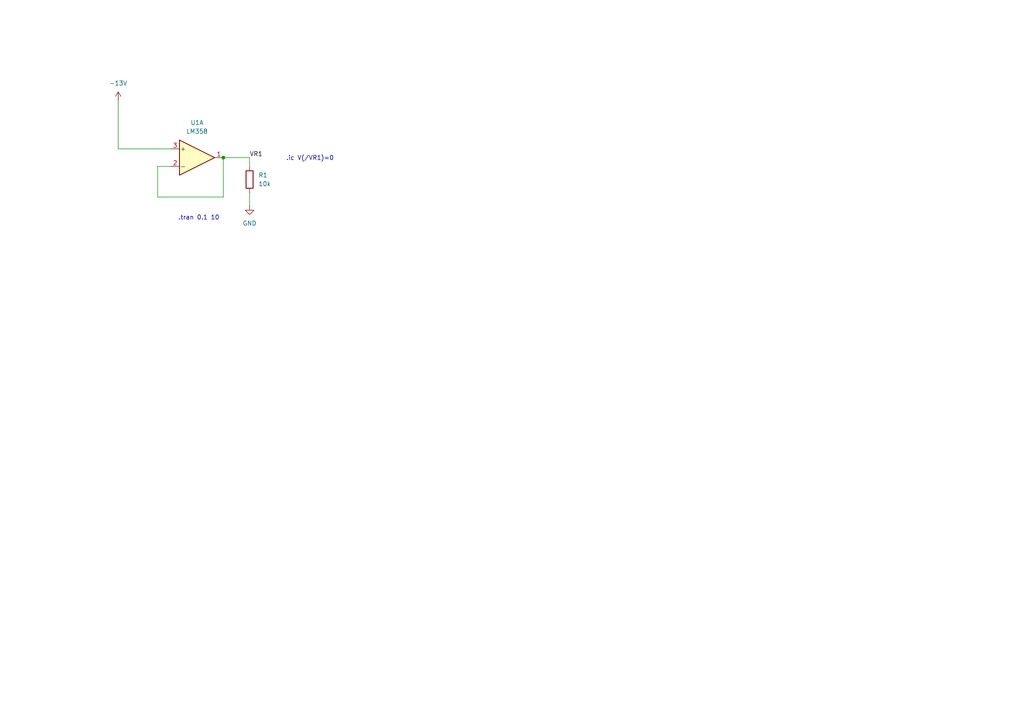
<source format=kicad_sch>
(kicad_sch (version 20231120) (generator "eeschema") (generator_version "8.0")
  (paper "A4")
  (lib_symbols
    (symbol "Amplifier_Operational:LM358" (pin_names (offset 0.127))
      (property "Reference" "U" (at 0 5.08 0))
      (property "Value" "LM358" (at 0 -5.08 0))
      (symbol "LM358_1_1"
        (polyline (pts (xy -5.08 5.08) (xy 5.08 0) (xy -5.08 -5.08) (xy -5.08 5.08)) (stroke (width 0.254)) (fill (type background)))
        (pin output line (at 7.62 0 180) (length 2.54) (name "~") (number "1"))
        (pin input line (at -7.62 -2.54 0) (length 2.54) (name "-") (number "2"))
        (pin input line (at -7.62 2.54 0) (length 2.54) (name "+") (number "3"))
      )
      (symbol "LM358_2_1"
        (polyline (pts (xy -5.08 5.08) (xy 5.08 0) (xy -5.08 -5.08) (xy -5.08 5.08)) (stroke (width 0.254)) (fill (type background)))
        (pin input line (at -7.62 2.54 0) (length 2.54) (name "+") (number "5"))
        (pin input line (at -7.62 -2.54 0) (length 2.54) (name "-") (number "6"))
        (pin output line (at 7.62 0 180) (length 2.54) (name "~") (number "7"))
      )
      (symbol "LM358_3_1"
        (pin power_in line (at -2.54 -7.62 90) (length 3.81) (name "V-") (number "4"))
        (pin power_in line (at -2.54 7.62 270) (length 3.81) (name "V+") (number "8"))
      )
    )
    (symbol "Device:R" (pin_numbers hide) (pin_names (offset 0))
      (property "Reference" "R" (at 2.032 0 90))
      (property "Value" "R" (at 0 0 90))
      (symbol "R_0_1"
        (rectangle (start -1.016 -2.54) (end 1.016 2.54) (stroke (width 0.254)))
      )
      (symbol "R_1_1"
        (pin passive line (at 0 3.81 270) (length 1.27) (name "~") (number "1"))
        (pin passive line (at 0 -3.81 90) (length 1.27) (name "~") (number "2"))
      )
    )
    (symbol "power:GND" (power) (pin_numbers hide) (pin_names (offset 0) hide)
      (property "Value" "GND" (at 0 -3.81 0))
      (symbol "GND_0_1"
        (polyline (pts (xy 0 0) (xy 0 -1.27) (xy 1.27 -1.27) (xy 0 -2.54) (xy -1.27 -1.27) (xy 0 -1.27)))
      )
      (symbol "GND_1_1"
        (pin power_in line (at 0 0 270) (length 0) (name "~") (number "1"))
      )
    )
    (symbol "power:VDC" (power) (pin_numbers hide) (pin_names (offset 0) hide)
      (property "Value" "VDC" (at 0 3.556 0))
      (symbol "VDC_0_1"
        (polyline (pts (xy -0.762 1.27) (xy 0 2.54)))
        (polyline (pts (xy 0 0) (xy 0 2.54)))
        (polyline (pts (xy 0 2.54) (xy 0.762 1.27)))
      )
      (symbol "VDC_1_1"
        (pin power_in line (at 0 0 90) (length 0) (name "~") (number "1"))
      )
    )
  )
  (junction (at 64.77 45.72))
  (wire (pts (xy 64.77 57.15) (xy 45.72 57.15)))
  (wire (pts (xy 72.39 45.72) (xy 64.77 45.72)))
  (wire (pts (xy 72.39 55.88) (xy 72.39 59.69)))
  (wire (pts (xy 64.77 45.72) (xy 64.77 57.15)))
  (wire (pts (xy 34.29 43.18) (xy 34.29 29.21)))
  (wire (pts (xy 45.72 48.26) (xy 49.53 48.26)))
  (wire (pts (xy 49.53 43.18) (xy 34.29 43.18)))
  (wire (pts (xy 45.72 57.15) (xy 45.72 48.26)))
  (wire (pts (xy 72.39 48.26) (xy 72.39 45.72)))
  (text ".tran 0.1 10 " (at 58.166 63.246 0) (effects (font (size 1.27 1.27))))
  (text ".ic V(/VR1)=0" (at 89.916 45.974 0) (effects (font (size 1.27 1.27))))
  (label "VR1" (at 72.39 45.72 0))
  (symbol (lib_id "Device:R") (at 72.39 52.07 0) (unit 1)
    (property "Reference" "R1" (at 74.93 50.7999 0) (effects (justify left)))
    (property "Value" "10k" (at 74.93 53.3399 0) (effects (justify left)))
    (property "Description" "Resistor" (effects (hide yes)))
  )
  (symbol (lib_id "Amplifier_Operational:LM358") (at 57.15 45.72 0) (unit 1)
    (property "Reference" "U1" (at 57.15 35.56 0))
    (property "Value" "LM358" (at 57.15 38.1 0))
    (property "Datasheet" "http://www.ti.com/lit/ds/symlink/lm2904-n.pdf" (effects (hide yes)))
    (property "Description" "Low-Power, Dual Operational Amplifiers, DIP-8/SOIC-8/TO-99-8" (effects (hide yes)))
  )
  (symbol (lib_id "power:GND") (at 72.39 59.69 0) (unit 1)
    (property "Reference" "#PWR04" (effects (hide yes)))
    (property "Value" "GND" (at 72.39 64.77 0))
    (property "Description" "Power symbol creates a global label with name \"GND\" , ground" (effects (hide yes)))
  )
  (symbol (lib_id "power:VDC") (at 34.29 29.21 0) (unit 1)
    (property "Reference" "#PWR03" (effects (hide yes)))
    (property "Value" "-13V" (at 34.29 24.13 0))
    (property "Description" "Power symbol creates a global label with name \"VDC\"" (effects (hide yes)))
  )
)
</source>
